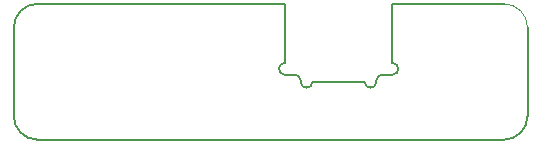
<source format=gbr>
G04 #@! TF.GenerationSoftware,KiCad,Pcbnew,(5.1.4)-1*
G04 #@! TF.CreationDate,2021-08-26T02:32:56-07:00*
G04 #@! TF.ProjectId,dboard,64626f61-7264-42e6-9b69-6361645f7063,rev?*
G04 #@! TF.SameCoordinates,Original*
G04 #@! TF.FileFunction,Profile,NP*
%FSLAX46Y46*%
G04 Gerber Fmt 4.6, Leading zero omitted, Abs format (unit mm)*
G04 Created by KiCad (PCBNEW (5.1.4)-1) date 2021-08-26 02:32:56*
%MOMM*%
%LPD*%
G04 APERTURE LIST*
%ADD10C,0.150000*%
%ADD11C,0.120000*%
G04 APERTURE END LIST*
D10*
X16000000Y-9500000D02*
G75*
G02X14000000Y-11500000I-2000000J0D01*
G01*
D11*
X14000000Y0D02*
G75*
G02X16000000Y-2000000I0J-2000000D01*
G01*
D10*
X-25500000Y-11500000D02*
G75*
G02X-27500000Y-9500000I0J2000000D01*
G01*
X-27500000Y-2000000D02*
G75*
G02X-25500000Y0I2000000J0D01*
G01*
X14000000Y0D02*
X4550000Y0D01*
X16000000Y-9500000D02*
X16000000Y-2000000D01*
X-25500000Y-11500000D02*
X14000000Y-11500000D01*
X-27500000Y-2000000D02*
X-27500000Y-9500000D01*
X-4550000Y0D02*
X-25500000Y0D01*
X-4550000Y-5000000D02*
X-4550000Y0D01*
X4550000Y-5000000D02*
X4550000Y0D01*
X-3700000Y-6000000D02*
X-4550000Y-6000000D01*
X-3200000Y-6500000D02*
X-3200000Y-6600000D01*
X-4550000Y-5000000D02*
G75*
G03X-4550000Y-6000000I0J-500000D01*
G01*
X-2200000Y-6600000D02*
X2200000Y-6600000D01*
X-3200000Y-6600000D02*
G75*
G03X-2200000Y-6600000I500000J0D01*
G01*
X2200000Y-6600000D02*
G75*
G03X3200000Y-6600000I500000J0D01*
G01*
X3200000Y-6600000D02*
X3200000Y-6500000D01*
X3700000Y-6000000D02*
X4550000Y-6000000D01*
X4550000Y-6000000D02*
G75*
G03X4550000Y-5000000I0J500000D01*
G01*
X3700000Y-6000000D02*
G75*
G03X3200000Y-6500000I0J-500000D01*
G01*
X-3200000Y-6500000D02*
G75*
G03X-3700000Y-6000000I-500000J0D01*
G01*
M02*

</source>
